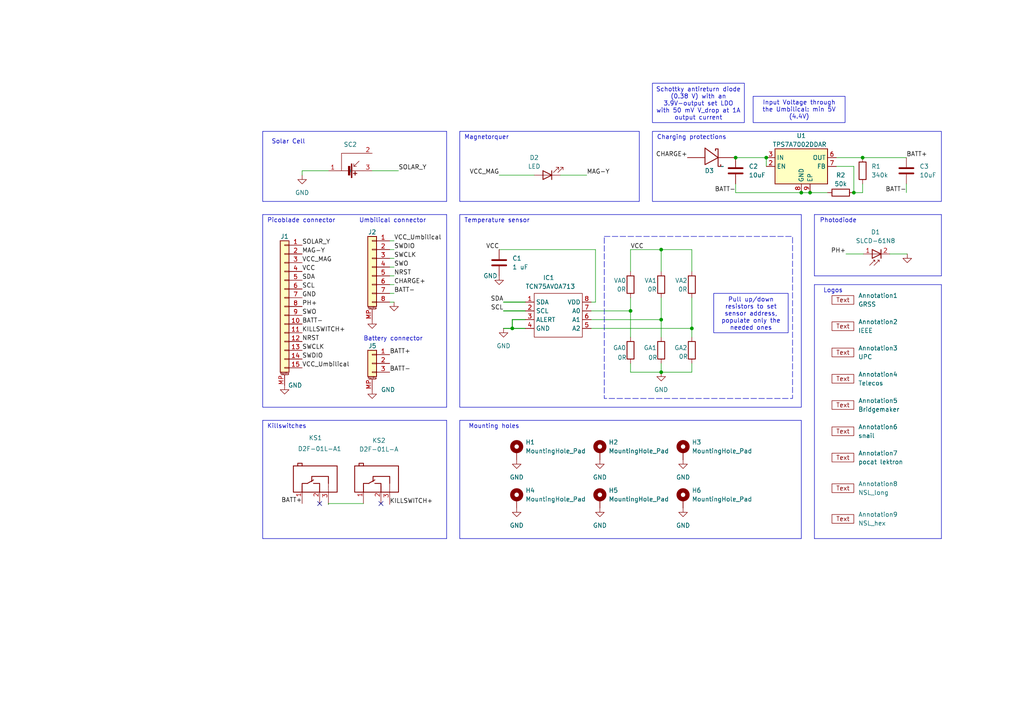
<source format=kicad_sch>
(kicad_sch (version 20230121) (generator eeschema)
  (paper "A4")
  (lib_symbols
    (symbol "Connector_Generic_MountingPin:Conn_01x03_MountingPin" (pin_names (offset 1.016) hide)
      (property "Reference" "J" (at 0 5.08 0))
      (property "Value" "Conn_01x03_MountingPin" (at 1.27 -5.08 0))
      (symbol "Conn_01x03_MountingPin_1_1"
        (rectangle (start -1.27 -2.413) (end 0 -2.667) (stroke (width 0.1524)))
        (rectangle (start -1.27 0.127) (end 0 -0.127) (stroke (width 0.1524)))
        (rectangle (start -1.27 2.667) (end 0 2.413) (stroke (width 0.1524)))
        (rectangle (start -1.27 3.81) (end 1.27 -3.81) (stroke (width 0.254)) (fill (type background)))
        (polyline (pts (xy -1.016 -4.572) (xy 1.016 -4.572)) (stroke (width 0.1524)))
        (text "Mounting" (at 0 -4.191 0) (effects (font (size 0.381 0.381))))
        (pin passive line (at -5.08 2.54 0) (length 3.81) (name "Pin_1") (number "1"))
        (pin passive line (at -5.08 0 0) (length 3.81) (name "Pin_2") (number "2"))
        (pin passive line (at -5.08 -2.54 0) (length 3.81) (name "Pin_3") (number "3"))
        (pin passive line (at 0 -7.62 90) (length 3.048) (name "MountPin") (number "MP"))
      )
    )
    (symbol "Connector_Generic_MountingPin:Conn_01x08_MountingPin" (pin_names (offset 1.016) hide)
      (property "Reference" "J" (at 0 10.16 0))
      (property "Value" "Conn_01x08_MountingPin" (at 1.27 -12.7 0))
      (symbol "Conn_01x08_MountingPin_1_1"
        (rectangle (start -1.27 -10.033) (end 0 -10.287) (stroke (width 0.1524)))
        (rectangle (start -1.27 -7.493) (end 0 -7.747) (stroke (width 0.1524)))
        (rectangle (start -1.27 -4.953) (end 0 -5.207) (stroke (width 0.1524)))
        (rectangle (start -1.27 -2.413) (end 0 -2.667) (stroke (width 0.1524)))
        (rectangle (start -1.27 0.127) (end 0 -0.127) (stroke (width 0.1524)))
        (rectangle (start -1.27 2.667) (end 0 2.413) (stroke (width 0.1524)))
        (rectangle (start -1.27 5.207) (end 0 4.953) (stroke (width 0.1524)))
        (rectangle (start -1.27 7.747) (end 0 7.493) (stroke (width 0.1524)))
        (rectangle (start -1.27 8.89) (end 1.27 -11.43) (stroke (width 0.254)) (fill (type background)))
        (polyline (pts (xy -1.016 -12.192) (xy 1.016 -12.192)) (stroke (width 0.1524)))
        (text "Mounting" (at 0 -11.811 0) (effects (font (size 0.381 0.381))))
        (pin passive line (at -5.08 7.62 0) (length 3.81) (name "Pin_1") (number "1"))
        (pin passive line (at -5.08 5.08 0) (length 3.81) (name "Pin_2") (number "2"))
        (pin passive line (at -5.08 2.54 0) (length 3.81) (name "Pin_3") (number "3"))
        (pin passive line (at -5.08 0 0) (length 3.81) (name "Pin_4") (number "4"))
        (pin passive line (at -5.08 -2.54 0) (length 3.81) (name "Pin_5") (number "5"))
        (pin passive line (at -5.08 -5.08 0) (length 3.81) (name "Pin_6") (number "6"))
        (pin passive line (at -5.08 -7.62 0) (length 3.81) (name "Pin_7") (number "7"))
        (pin passive line (at -5.08 -10.16 0) (length 3.81) (name "Pin_8") (number "8"))
        (pin passive line (at 0 -15.24 90) (length 3.048) (name "MountPin") (number "MP"))
      )
    )
    (symbol "Connector_Generic_MountingPin:Conn_01x15_MountingPin" (pin_names (offset 1.016) hide)
      (property "Reference" "J" (at 0 20.32 0))
      (property "Value" "Conn_01x15_MountingPin" (at 1.27 -20.32 0))
      (symbol "Conn_01x15_MountingPin_1_1"
        (rectangle (start -1.27 -17.653) (end 0 -17.907) (stroke (width 0.1524)))
        (rectangle (start -1.27 -15.113) (end 0 -15.367) (stroke (width 0.1524)))
        (rectangle (start -1.27 -12.573) (end 0 -12.827) (stroke (width 0.1524)))
        (rectangle (start -1.27 -10.033) (end 0 -10.287) (stroke (width 0.1524)))
        (rectangle (start -1.27 -7.493) (end 0 -7.747) (stroke (width 0.1524)))
        (rectangle (start -1.27 -4.953) (end 0 -5.207) (stroke (width 0.1524)))
        (rectangle (start -1.27 -2.413) (end 0 -2.667) (stroke (width 0.1524)))
        (rectangle (start -1.27 0.127) (end 0 -0.127) (stroke (width 0.1524)))
        (rectangle (start -1.27 2.667) (end 0 2.413) (stroke (width 0.1524)))
        (rectangle (start -1.27 5.207) (end 0 4.953) (stroke (width 0.1524)))
        (rectangle (start -1.27 7.747) (end 0 7.493) (stroke (width 0.1524)))
        (rectangle (start -1.27 10.287) (end 0 10.033) (stroke (width 0.1524)))
        (rectangle (start -1.27 12.827) (end 0 12.573) (stroke (width 0.1524)))
        (rectangle (start -1.27 15.367) (end 0 15.113) (stroke (width 0.1524)))
        (rectangle (start -1.27 17.907) (end 0 17.653) (stroke (width 0.1524)))
        (rectangle (start -1.27 19.05) (end 1.27 -19.05) (stroke (width 0.254)) (fill (type background)))
        (polyline (pts (xy -1.016 -19.812) (xy 1.016 -19.812)) (stroke (width 0.1524)))
        (text "Mounting" (at 0 -19.431 0) (effects (font (size 0.381 0.381))))
        (pin passive line (at -5.08 17.78 0) (length 3.81) (name "Pin_1") (number "1"))
        (pin passive line (at -5.08 -5.08 0) (length 3.81) (name "Pin_10") (number "10"))
        (pin passive line (at -5.08 -7.62 0) (length 3.81) (name "Pin_11") (number "11"))
        (pin passive line (at -5.08 -10.16 0) (length 3.81) (name "Pin_12") (number "12"))
        (pin passive line (at -5.08 -12.7 0) (length 3.81) (name "Pin_13") (number "13"))
        (pin passive line (at -5.08 -15.24 0) (length 3.81) (name "Pin_14") (number "14"))
        (pin passive line (at -5.08 -17.78 0) (length 3.81) (name "Pin_15") (number "15"))
        (pin passive line (at -5.08 15.24 0) (length 3.81) (name "Pin_2") (number "2"))
        (pin passive line (at -5.08 12.7 0) (length 3.81) (name "Pin_3") (number "3"))
        (pin passive line (at -5.08 10.16 0) (length 3.81) (name "Pin_4") (number "4"))
        (pin passive line (at -5.08 7.62 0) (length 3.81) (name "Pin_5") (number "5"))
        (pin passive line (at -5.08 5.08 0) (length 3.81) (name "Pin_6") (number "6"))
        (pin passive line (at -5.08 2.54 0) (length 3.81) (name "Pin_7") (number "7"))
        (pin passive line (at -5.08 0 0) (length 3.81) (name "Pin_8") (number "8"))
        (pin passive line (at -5.08 -2.54 0) (length 3.81) (name "Pin_9") (number "9"))
        (pin passive line (at 0 -22.86 90) (length 3.048) (name "MountPin") (number "MP"))
      )
    )
    (symbol "Device:C" (pin_numbers hide) (pin_names (offset 0.254))
      (property "Reference" "C" (at 0.635 2.54 0))
      (property "Value" "C" (at 0.635 -2.54 0))
      (symbol "C_0_1"
        (polyline (pts (xy -2.032 -0.762) (xy 2.032 -0.762)) (stroke (width 0.508)))
        (polyline (pts (xy -2.032 0.762) (xy 2.032 0.762)) (stroke (width 0.508)))
      )
      (symbol "C_1_1"
        (pin passive line (at 0 3.81 270) (length 2.794) (name "~") (number "1"))
        (pin passive line (at 0 -3.81 90) (length 2.794) (name "~") (number "2"))
      )
    )
    (symbol "Device:LED" (pin_numbers hide) (pin_names (offset 1.016) hide)
      (property "Reference" "D" (at 0 2.54 0))
      (property "Value" "LED" (at 0 -2.54 0))
      (symbol "LED_0_1"
        (polyline (pts (xy -1.27 -1.27) (xy -1.27 1.27)) (stroke (width 0.254)))
        (polyline (pts (xy -1.27 0) (xy 1.27 0)))
        (polyline (pts (xy 1.27 -1.27) (xy 1.27 1.27) (xy -1.27 0) (xy 1.27 -1.27)) (stroke (width 0.254)))
        (polyline (pts (xy -3.048 -0.762) (xy -4.572 -2.286) (xy -3.81 -2.286) (xy -4.572 -2.286) (xy -4.572 -1.524)))
        (polyline (pts (xy -1.778 -0.762) (xy -3.302 -2.286) (xy -2.54 -2.286) (xy -3.302 -2.286) (xy -3.302 -1.524)))
      )
      (symbol "LED_1_1"
        (pin passive line (at -3.81 0 0) (length 2.54) (name "K") (number "1"))
        (pin passive line (at 3.81 0 180) (length 2.54) (name "A") (number "2"))
      )
    )
    (symbol "Device:R" (pin_numbers hide) (pin_names (offset 0))
      (property "Reference" "R" (at 2.032 0 90))
      (property "Value" "R" (at 0 0 90))
      (symbol "R_0_1"
        (rectangle (start -1.016 -2.54) (end 1.016 2.54) (stroke (width 0.254)))
      )
      (symbol "R_1_1"
        (pin passive line (at 0 3.81 270) (length 1.27) (name "~") (number "1"))
        (pin passive line (at 0 -3.81 90) (length 1.27) (name "~") (number "2"))
      )
    )
    (symbol "GND_1" (power) (pin_names (offset 0))
      (property "Value" "GND_1" (at 0 -3.81 0))
      (symbol "GND_1_0_1"
        (polyline (pts (xy 0 0) (xy 0 -1.27) (xy 1.27 -1.27) (xy 0 -2.54) (xy -1.27 -1.27) (xy 0 -1.27)))
      )
      (symbol "GND_1_1_1"
        (pin power_in line (at 0 0 270) (length 0) hide (name "GND") (number "1"))
      )
    )
    (symbol "GND_10" (power) (pin_names (offset 0))
      (property "Value" "GND_10" (at 0 -3.81 0))
      (symbol "GND_10_0_1"
        (polyline (pts (xy 0 0) (xy 0 -1.27) (xy 1.27 -1.27) (xy 0 -2.54) (xy -1.27 -1.27) (xy 0 -1.27)))
      )
      (symbol "GND_10_1_1"
        (pin power_in line (at 0 0 270) (length 0) hide (name "GND") (number "1"))
      )
    )
    (symbol "GND_11" (power) (pin_names (offset 0))
      (property "Value" "GND_11" (at 0 -3.81 0))
      (symbol "GND_11_0_1"
        (polyline (pts (xy 0 0) (xy 0 -1.27) (xy 1.27 -1.27) (xy 0 -2.54) (xy -1.27 -1.27) (xy 0 -1.27)))
      )
      (symbol "GND_11_1_1"
        (pin power_in line (at 0 0 270) (length 0) hide (name "GND") (number "1"))
      )
    )
    (symbol "GND_2" (power) (pin_names (offset 0))
      (property "Value" "GND_2" (at 0 -3.81 0))
      (symbol "GND_2_0_1"
        (polyline (pts (xy 0 0) (xy 0 -1.27) (xy 1.27 -1.27) (xy 0 -2.54) (xy -1.27 -1.27) (xy 0 -1.27)))
      )
      (symbol "GND_2_1_1"
        (pin power_in line (at 0 0 270) (length 0) hide (name "GND") (number "1"))
      )
    )
    (symbol "GND_3" (power) (pin_names (offset 0))
      (property "Value" "GND_3" (at 0 -3.81 0))
      (symbol "GND_3_0_1"
        (polyline (pts (xy 0 0) (xy 0 -1.27) (xy 1.27 -1.27) (xy 0 -2.54) (xy -1.27 -1.27) (xy 0 -1.27)))
      )
      (symbol "GND_3_1_1"
        (pin power_in line (at 0 0 270) (length 0) hide (name "GND") (number "1"))
      )
    )
    (symbol "GND_4" (power) (pin_names (offset 0))
      (property "Value" "GND_4" (at 0 -3.81 0))
      (symbol "GND_4_0_1"
        (polyline (pts (xy 0 0) (xy 0 -1.27) (xy 1.27 -1.27) (xy 0 -2.54) (xy -1.27 -1.27) (xy 0 -1.27)))
      )
      (symbol "GND_4_1_1"
        (pin power_in line (at 0 0 270) (length 0) hide (name "GND") (number "1"))
      )
    )
    (symbol "GND_5" (power) (pin_names (offset 0))
      (property "Value" "GND_5" (at 0 -3.81 0))
      (symbol "GND_5_0_1"
        (polyline (pts (xy 0 0) (xy 0 -1.27) (xy 1.27 -1.27) (xy 0 -2.54) (xy -1.27 -1.27) (xy 0 -1.27)))
      )
      (symbol "GND_5_1_1"
        (pin power_in line (at 0 0 270) (length 0) hide (name "GND") (number "1"))
      )
    )
    (symbol "GND_6" (power) (pin_names (offset 0))
      (property "Value" "GND_6" (at 0 -3.81 0))
      (symbol "GND_6_0_1"
        (polyline (pts (xy 0 0) (xy 0 -1.27) (xy 1.27 -1.27) (xy 0 -2.54) (xy -1.27 -1.27) (xy 0 -1.27)))
      )
      (symbol "GND_6_1_1"
        (pin power_in line (at 0 0 270) (length 0) hide (name "GND") (number "1"))
      )
    )
    (symbol "GND_7" (power) (pin_names (offset 0))
      (property "Value" "GND_7" (at 0 -3.81 0))
      (symbol "GND_7_0_1"
        (polyline (pts (xy 0 0) (xy 0 -1.27) (xy 1.27 -1.27) (xy 0 -2.54) (xy -1.27 -1.27) (xy 0 -1.27)))
      )
      (symbol "GND_7_1_1"
        (pin power_in line (at 0 0 270) (length 0) hide (name "GND") (number "1"))
      )
    )
    (symbol "GND_8" (power) (pin_names (offset 0))
      (property "Value" "GND_8" (at 0 -3.81 0))
      (symbol "GND_8_0_1"
        (polyline (pts (xy 0 0) (xy 0 -1.27) (xy 1.27 -1.27) (xy 0 -2.54) (xy -1.27 -1.27) (xy 0 -1.27)))
      )
      (symbol "GND_8_1_1"
        (pin power_in line (at 0 0 270) (length 0) hide (name "GND") (number "1"))
      )
    )
    (symbol "GND_9" (power) (pin_names (offset 0))
      (property "Value" "GND_9" (at 0 -3.81 0))
      (symbol "GND_9_0_1"
        (polyline (pts (xy 0 0) (xy 0 -1.27) (xy 1.27 -1.27) (xy 0 -2.54) (xy -1.27 -1.27) (xy 0 -1.27)))
      )
      (symbol "GND_9_1_1"
        (pin power_in line (at 0 0 270) (length 0) hide (name "GND") (number "1"))
      )
    )
    (symbol "Mechanical:MountingHole_Pad" (pin_numbers hide) (pin_names (offset 1.016) hide)
      (property "Reference" "H" (at 0 6.35 0))
      (property "Value" "MountingHole_Pad" (at 0 4.445 0))
      (symbol "MountingHole_Pad_0_1"
        (circle (center 0 1.27) (radius 1.27) (stroke (width 1.27)))
      )
      (symbol "MountingHole_Pad_1_1"
        (pin input line (at 0 -2.54 90) (length 2.54) (name "1") (number "1"))
      )
    )
    (symbol "Regulator_Linear:TPS7A7001DDA"
      (property "Reference" "U" (at -6.35 6.35 0))
      (property "Value" "TPS7A7001DDA" (at 2.54 6.35 0))
      (symbol "TPS7A7001DDA_0_1"
        (rectangle (start -7.62 5.08) (end 7.62 -5.08) (stroke (width 0.254)) (fill (type background)))
      )
      (symbol "TPS7A7001DDA_1_1"
        (pin no_connect line (at -7.62 -2.54 0) (length 2.54) hide (name "NC") (number "1"))
        (pin input line (at -10.16 0 0) (length 2.54) (name "EN") (number "2"))
        (pin power_in line (at -10.16 2.54 0) (length 2.54) (name "IN") (number "3"))
        (pin no_connect line (at 7.62 -2.54 180) (length 2.54) hide (name "NC") (number "4"))
        (pin no_connect line (at -2.54 -5.08 90) (length 2.54) hide (name "NC") (number "5"))
        (pin power_out line (at 10.16 2.54 180) (length 2.54) (name "OUT") (number "6"))
        (pin input line (at 10.16 0 180) (length 2.54) (name "FB") (number "7"))
        (pin power_in line (at 0 -7.62 90) (length 2.54) (name "GND") (number "8"))
        (pin passive line (at 2.54 -7.62 90) (length 2.54) (name "EP") (number "9"))
      )
    )
    (symbol "S3040_CIC_1"
      (property "Reference" "SC" (at 2.54 2.54 0))
      (symbol "S3040_CIC_1_0_1"
        (rectangle (start -2.032 0.508) (end 2.032 0.254) (fill (type outline)))
        (rectangle (start -1.3208 -0.0762) (end 1.27 -0.5842) (fill (type outline)))
        (polyline (pts (xy -1.27 1.016) (xy -2.794 2.54)))
        (polyline (pts (xy 0 -3.81) (xy 0 -1.27)))
        (polyline (pts (xy 0 -0.508) (xy 0 -1.27)))
        (polyline (pts (xy 0 0.508) (xy 0 1.27)))
        (polyline (pts (xy 0.254 1.397) (xy 1.27 1.397)) (stroke (width 0.254)))
        (polyline (pts (xy 0.762 1.905) (xy 0.762 0.889)) (stroke (width 0.254)))
        (polyline (pts (xy -1.27 1.778) (xy -1.27 1.016) (xy -2.032 1.016)))
        (polyline (pts (xy 0 -2.54) (xy -5.08 -2.54) (xy -5.08 3.81)))
        (polyline (pts (xy 0 3.81) (xy 0 1.27) (xy 0 2.54)))
      )
      (symbol "S3040_CIC_1_1_1"
        (pin passive line (at 0 -6.35 90) (length 2.54) (name "") (number "1"))
        (pin passive line (at -5.08 6.35 270) (length 2.54) (name "") (number "2"))
        (pin passive line (at 0 6.35 270) (length 2.54) (name "") (number "3"))
      )
    )
    (symbol "SP_ICs:TCN75AVUA713"
      (property "Reference" "U" (at 6.35 6.35 0))
      (property "Value" "TCN75AVUA713" (at 8.89 3.81 0))
      (symbol "TCN75AVUA713_0_0"
        (pin unspecified line (at 0 0 0) (length 2.54) (name "SDA") (number "1"))
        (pin unspecified line (at 0 -2.54 0) (length 2.54) (name "SCL") (number "2"))
        (pin unspecified line (at 0 -5.08 0) (length 2.54) (name "ALERT") (number "3"))
        (pin unspecified line (at 0 -7.62 0) (length 2.54) (name "GND") (number "4"))
        (pin unspecified line (at 19.05 -7.62 180) (length 2.54) (name "A2") (number "5"))
        (pin unspecified line (at 19.05 -5.08 180) (length 2.54) (name "A1") (number "6"))
        (pin unspecified line (at 19.05 -2.54 180) (length 2.54) (name "A0") (number "7"))
        (pin unspecified line (at 19.05 0 180) (length 2.54) (name "VDD") (number "8"))
      )
      (symbol "TCN75AVUA713_0_1"
        (rectangle (start 2.54 2.54) (end 16.51 -10.16))
      )
    )
    (symbol "miscelaneous-nsl:D2FLA"
      (property "Reference" "J" (at 0.254 7.62 0))
      (property "Value" "D2FLA" (at 0.508 5.588 0))
      (symbol "D2FLA_0_1"
        (polyline (pts (xy 3.81 -1.016) (xy 3.81 -2.032)))
      )
      (symbol "D2FLA_1_0"
        (polyline (pts (xy -2.286 -1.016) (xy -0.508 0)) (stroke (width 0.254)))
        (polyline (pts (xy -3.81 -3.556) (xy -3.81 -1.016) (xy -3.81 -1.016) (xy -2.286 -1.016)) (stroke (width 0.254)))
        (polyline (pts (xy -0.508 -1.016) (xy 1.27 -1.016) (xy 1.27 -1.016) (xy 1.27 -3.556)) (stroke (width 0.254)))
        (polyline (pts (xy -5.08 4.064) (xy -5.08 4.826) (xy -5.08 4.826) (xy -3.81 4.826) (xy -3.81 4.826) (xy -3.81 4.064)) (stroke (width 0.254)))
        (polyline (pts (xy 3.81 -1.016) (xy 3.81 1.016) (xy 3.81 1.016) (xy -1.016 1.016) (xy -1.016 1.016) (xy -1.016 -0.508)) (stroke (width 0.254)))
        (rectangle (start 6.35 4.064) (end -6.35 -3.556) (stroke (width 0.254)))
        (pin passive line (at -3.81 -6.858 90) (length 5.08) (name "COM") (number "1"))
        (pin passive line (at 1.27 -6.858 90) (length 5.08) (name "NO") (number "2"))
        (pin passive line (at 3.81 -7.112 90) (length 5.08) (name "NC") (number "3"))
      )
    )
    (symbol "passive-nsl:RBS1LAM40ATR_Schottky"
      (property "Reference" "D" (at 0 3.81 0))
      (symbol "RBS1LAM40ATR_Schottky_1_0"
        (polyline (pts (xy 2.54 0) (xy -1.27 -2.032) (xy -1.27 -2.032) (xy -1.27 2.794) (xy -1.27 2.794) (xy 2.54 0) (xy 2.54 0) (xy 2.54 0) (xy 2.54 0) (xy 2.54 0)) (stroke (width 0.254)))
        (polyline (pts (xy 3.302 -2.032) (xy 3.302 -2.54) (xy 3.302 -2.54) (xy 2.54 -2.54) (xy 2.54 -2.54) (xy 2.54 2.54) (xy 2.54 2.54) (xy 1.778 2.54) (xy 1.778 2.54) (xy 1.778 2.032)) (stroke (width 0.254)))
        (pin passive line (at 7.62 0 180) (length 5.08) (name "1") (number "1"))
        (pin passive line (at -6.35 0 0) (length 5.08) (name "2") (number "2"))
      )
    )
    (symbol "passive-nsl:SLCD-61N8"
      (property "Reference" "D" (at 0 4.318 0))
      (property "Value" "SLCD-61N8" (at -0.254 -2.286 0))
      (symbol "SLCD-61N8_0_1"
        (polyline (pts (xy -1.524 1.27) (xy -1.524 -1.27)) (stroke (width 0.254)))
        (polyline (pts (xy -1.016 1.778) (xy -0.508 1.778)))
        (polyline (pts (xy 1.016 0) (xy -1.524 0)))
        (polyline (pts (xy 0.508 3.302) (xy -1.016 1.778) (xy -1.016 2.286)))
        (polyline (pts (xy 1.016 -1.27) (xy 1.016 1.27) (xy -1.524 0) (xy 1.016 -1.27)) (stroke (width 0.254)))
        (polyline (pts (xy 1.778 3.302) (xy 0.254 1.778) (xy 0.254 2.286) (xy 0.254 1.778) (xy 0.762 1.778)))
      )
      (symbol "SLCD-61N8_1_1"
        (pin passive line (at 3.556 0 180) (length 2.54) (name "") (number "1"))
        (pin passive line (at -4.064 0 0) (length 2.54) (name "") (number "2"))
      )
    )
    (symbol "power:GND" (power) (pin_names (offset 0))
      (property "Value" "GND" (at 0 -3.81 0))
      (symbol "GND_0_1"
        (polyline (pts (xy 0 0) (xy 0 -1.27) (xy 1.27 -1.27) (xy 0 -2.54) (xy -1.27 -1.27) (xy 0 -1.27)))
      )
      (symbol "GND_1_1"
        (pin power_in line (at 0 0 270) (length 0) hide (name "GND") (number "1"))
      )
    )
    (symbol "symbols-nsl:Silkscreen_Annotation"
      (property "Reference" "Annotation" (at 3.81 0 0))
      (property "Value" "Silkscreen_Annotation" (at 8.89 2.54 0))
      (symbol "Silkscreen_Annotation_0_0"
        (text "Text" (at 1.905 5.715 0) (effects (font (size 1.27 1.27))))
      )
      (symbol "Silkscreen_Annotation_0_1"
        (rectangle (start -1.27 6.985) (end 5.08 4.445))
      )
    )
  )
  (junction (at 250.19 45.72))
  (junction (at 232.41 55.88))
  (junction (at 191.77 107.95))
  (junction (at 191.77 92.71))
  (junction (at 234.95 55.88))
  (junction (at 191.77 72.39))
  (junction (at 148.59 95.25))
  (junction (at 247.65 55.88))
  (junction (at 200.66 95.25))
  (junction (at 182.88 90.17))
  (junction (at 222.25 45.72))
  (junction (at 213.36 45.72))
  (no_connect (at 110.49 146.05))
  (no_connect (at 92.71 146.05))
  (wire (pts (xy 162.56 50.8) (xy 170.18 50.8)))
  (wire (pts (xy 114.3 87.63) (xy 113.03 87.63)))
  (polyline (pts (xy 133.35 38.1) (xy 185.42 38.1)))
  (polyline (pts (xy 129.54 62.23) (xy 129.54 118.11)))
  (wire (pts (xy 222.25 45.72) (xy 222.25 48.26)))
  (polyline (pts (xy 236.22 62.23) (xy 273.05 62.23)))
  (wire (pts (xy 146.05 87.63) (xy 152.4 87.63)) (stroke (width 0.254)))
  (polyline (pts (xy 133.35 38.1) (xy 133.35 58.42)))
  (polyline (pts (xy 133.35 62.23) (xy 232.41 62.23)))
  (wire (pts (xy 242.57 48.26) (xy 247.65 48.26)))
  (wire (pts (xy 232.41 55.88) (xy 213.36 55.88)))
  (polyline (pts (xy 236.22 82.55) (xy 236.22 156.21)))
  (polyline (pts (xy 236.22 62.23) (xy 236.22 80.01)))
  (polyline (pts (xy 76.2 38.1) (xy 76.2 58.42)))
  (polyline (pts (xy 76.2 121.92) (xy 129.54 121.92)))
  (wire (pts (xy 148.59 92.71) (xy 148.59 95.25)) (stroke (width 0.254)))
  (wire (pts (xy 107.95 49.53) (xy 115.57 49.53)))
  (wire (pts (xy 232.41 55.88) (xy 234.95 55.88)))
  (wire (pts (xy 114.3 80.01) (xy 113.03 80.01)))
  (wire (pts (xy 182.88 72.39) (xy 182.88 78.74)))
  (wire (pts (xy 191.77 72.39) (xy 200.66 72.39)))
  (polyline (pts (xy 76.2 118.11) (xy 129.54 118.11)))
  (polyline (pts (xy 129.54 121.92) (xy 129.54 156.21)))
  (wire (pts (xy 200.66 86.36) (xy 200.66 95.25)))
  (wire (pts (xy 182.88 86.36) (xy 182.88 90.17)))
  (polyline (pts (xy 133.35 58.42) (xy 185.42 58.42)))
  (wire (pts (xy 250.19 45.72) (xy 262.89 45.72)))
  (wire (pts (xy 171.45 92.71) (xy 191.77 92.71)))
  (wire (pts (xy 242.57 45.72) (xy 250.19 45.72)))
  (wire (pts (xy 245.364 73.66) (xy 250.444 73.66)))
  (wire (pts (xy 182.88 72.39) (xy 191.77 72.39)))
  (wire (pts (xy 182.88 107.95) (xy 191.77 107.95)))
  (polyline (pts (xy 76.2 62.23) (xy 129.54 62.23)))
  (polyline (pts (xy 236.22 80.01) (xy 273.05 80.01)))
  (wire (pts (xy 95.25 49.53) (xy 87.63 49.53)))
  (polyline (pts (xy 76.2 38.1) (xy 129.54 38.1)))
  (wire (pts (xy 114.3 69.85) (xy 113.03 69.85)))
  (polyline (pts (xy 76.2 62.23) (xy 76.2 118.11)))
  (wire (pts (xy 95.25 146.05) (xy 95.25 146.304)))
  (polyline (pts (xy 76.2 156.21) (xy 129.54 156.21)))
  (polyline (pts (xy 236.22 82.55) (xy 273.05 82.55)))
  (wire (pts (xy 148.59 95.25) (xy 146.05 95.25)) (stroke (width 0.254)))
  (wire (pts (xy 172.72 87.63) (xy 172.72 72.39)))
  (wire (pts (xy 191.77 92.71) (xy 191.77 97.79)))
  (polyline (pts (xy 273.05 82.55) (xy 273.05 156.21)))
  (wire (pts (xy 213.36 45.72) (xy 222.25 45.72)))
  (wire (pts (xy 263.144 73.66) (xy 258.064 73.66)))
  (wire (pts (xy 182.88 105.41) (xy 182.88 107.95)))
  (wire (pts (xy 114.3 72.39) (xy 113.03 72.39)))
  (wire (pts (xy 171.45 90.17) (xy 182.88 90.17)))
  (polyline (pts (xy 273.05 62.23) (xy 273.05 80.01)))
  (wire (pts (xy 191.77 86.36) (xy 191.77 92.71)))
  (polyline (pts (xy 129.54 38.1) (xy 129.54 58.42)))
  (wire (pts (xy 144.78 50.8) (xy 154.94 50.8)))
  (wire (pts (xy 148.59 92.71) (xy 152.4 92.71)) (stroke (width 0.254)))
  (wire (pts (xy 171.45 95.25) (xy 200.66 95.25)))
  (wire (pts (xy 148.59 95.25) (xy 152.4 95.25)) (stroke (width 0.254)))
  (polyline (pts (xy 273.05 156.21) (xy 236.22 156.21)))
  (wire (pts (xy 182.88 90.17) (xy 182.88 97.79)))
  (wire (pts (xy 200.66 105.41) (xy 200.66 107.95)))
  (polyline (pts (xy 232.41 156.21) (xy 133.35 156.21)))
  (polyline (pts (xy 76.2 58.42) (xy 129.54 58.42)))
  (wire (pts (xy 87.63 49.53) (xy 87.63 50.8)))
  (wire (pts (xy 191.77 72.39) (xy 191.77 78.74)))
  (wire (pts (xy 191.77 107.95) (xy 200.66 107.95)))
  (polyline (pts (xy 133.35 121.92) (xy 232.41 121.92)))
  (wire (pts (xy 172.72 72.39) (xy 144.78 72.39)))
  (polyline (pts (xy 133.35 121.92) (xy 133.35 156.21)))
  (wire (pts (xy 114.3 77.47) (xy 113.03 77.47)))
  (polyline (pts (xy 185.42 38.1) (xy 185.42 58.42)))
  (polyline (pts (xy 232.41 121.92) (xy 232.41 156.21)))
  (wire (pts (xy 172.72 87.63) (xy 171.45 87.63)))
  (wire (pts (xy 114.3 85.09) (xy 113.03 85.09)))
  (wire (pts (xy 213.36 55.88) (xy 213.36 53.34)))
  (polyline (pts (xy 133.35 62.23) (xy 133.35 118.11)))
  (wire (pts (xy 234.95 55.88) (xy 240.03 55.88)))
  (wire (pts (xy 250.19 53.34) (xy 250.19 55.88)))
  (wire (pts (xy 250.19 55.88) (xy 247.65 55.88)))
  (wire (pts (xy 262.89 53.34) (xy 262.89 55.88)))
  (wire (pts (xy 105.41 146.05) (xy 95.25 146.05)))
  (wire (pts (xy 146.05 90.17) (xy 152.4 90.17)) (stroke (width 0.254)))
  (wire (pts (xy 200.66 72.39) (xy 200.66 78.74)))
  (polyline (pts (xy 76.2 121.92) (xy 76.2 156.21)))
  (wire (pts (xy 200.66 95.25) (xy 200.66 97.79)))
  (polyline (pts (xy 232.41 62.23) (xy 232.41 118.11)))
  (polyline (pts (xy 133.35 118.11) (xy 232.41 118.11)))
  (wire (pts (xy 191.77 105.41) (xy 191.77 107.95)))
  (wire (pts (xy 114.3 74.93) (xy 113.03 74.93)))
  (wire (pts (xy 114.3 82.55) (xy 113.03 82.55)))
  (wire (pts (xy 247.65 48.26) (xy 247.65 55.88)))
  (rectangle (start 175.26 68.58) (end 229.87 115.57) (stroke (width 0) (type dash)))
  (rectangle (start 189.23 38.1) (end 273.05 58.42))
  (text_box "Input Voltage through the Umbilical: min 5V (4.4V)" (at 218.44 27.94 0) (size 26.67 7.62) (effects (font (size 1.27 1.27)) (justify top)))
  (text_box "Schottky antireturn diode (0.38 V) with an 3.9V-output set LDO with 50 mV V_drop at 1A output current" (at 189.23 24.13 0) (size 26.67 11.43) (effects (font (size 1.27 1.27)) (justify top)))
  (text_box "Pull up/down resistors to set sensor address,\npopulate only the needed ones" (at 207.01 85.09 0) (size 21.59 11.43) (effects (font (size 1.27 1.27)) (justify top)))
  (text "Temperature sensor" (at 134.62 64.77 0) (effects (font (size 1.27 1.27)) (justify left bottom)))
  (text "Killswitches\n" (at 77.47 124.46 0) (effects (font (size 1.27 1.27)) (justify left bottom)))
  (text "Mounting holes\n" (at 135.89 124.46 0) (effects (font (size 1.27 1.27)) (justify left bottom)))
  (text "Solar Cell\n" (at 78.74 41.91 0) (effects (font (size 1.27 1.27)) (justify left bottom)))
  (text "Magnetorquer" (at 134.62 40.64 0) (effects (font (size 1.27 1.27)) (justify left bottom)))
  (text "Charging protections\n" (at 190.5 40.64 0) (effects (font (size 1.27 1.27)) (justify left bottom)))
  (text "Photodiode\n" (at 237.744 64.77 0) (effects (font (size 1.27 1.27)) (justify left bottom)))
  (text "Umbilical connector" (at 104.14 64.77 0) (effects (font (size 1.27 1.27)) (justify left bottom)))
  (text "Battery connector" (at 105.41 99.06 0) (effects (font (size 1.27 1.27)) (justify left bottom)))
  (text "Picoblade connector" (at 77.47 64.77 0) (effects (font (size 1.27 1.27)) (justify left bottom)))
  (text "Logos\n" (at 238.76 85.09 0) (effects (font (size 1.27 1.27)) (justify left bottom)))
  (label "VCC" (at 87.63 78.74 0))
  (label "BATT+" (at 87.63 146.05 180))
  (label "NRST" (at 114.3 80.01 0))
  (label "BATT+" (at 113.03 102.87 0))
  (label "VCC_Umbilical" (at 87.63 106.68 0))
  (label "VCC_Umbilical" (at 114.3 69.85 0))
  (label "SWO" (at 114.3 77.47 0))
  (label "BATT-" (at 113.03 107.95 0))
  (label "BATT-" (at 87.63 93.98 0))
  (label "SWDIO" (at 87.63 104.14 0))
  (label "GND" (at 87.63 86.36 0))
  (label "CHARGE+" (at 199.39 45.72 180))
  (label "SCL" (at 87.63 83.82 0))
  (label "BATT+" (at 262.89 45.72 0))
  (label "VCC_MAG" (at 87.63 76.2 0))
  (label "SOLAR_Y" (at 87.63 71.12 0))
  (label "BATT-" (at 262.89 55.88 180))
  (label "SOLAR_Y" (at 115.57 49.53 0))
  (label "SDA" (at 146.05 87.63 180))
  (label "KILLSWITCH+" (at 87.63 96.52 0))
  (label "CHARGE+" (at 114.3 82.55 0))
  (label "SWCLK" (at 114.3 74.93 0))
  (label "MAG-Y" (at 170.18 50.8 0))
  (label "KILLSWITCH+" (at 113.03 146.304 0))
  (label "SCL" (at 146.05 90.17 180))
  (label "PH+" (at 87.63 88.9 0))
  (label "SWDIO" (at 114.3 72.39 0))
  (label "NRST" (at 87.63 99.06 0))
  (label "MAG-Y" (at 87.63 73.66 0))
  (label "SDA" (at 87.63 81.28 0))
  (label "BATT-" (at 114.3 85.09 0))
  (label "VCC" (at 182.88 72.39 0))
  (label "VCC" (at 144.78 72.39 180))
  (label "SWCLK" (at 87.63 101.6 0))
  (label "BATT-" (at 213.36 55.88 180))
  (label "VCC_MAG" (at 144.78 50.8 180))
  (label "SWO" (at 87.63 91.44 0))
  (label "PH+" (at 245.364 73.66 180))
  (symbol (lib_id "Mechanical:MountingHole_Pad") (at 149.86 144.78 0) (unit 1)
    (property "Reference" "H4" (at 152.4 142.2399 0) (effects (justify left)))
    (property "Value" "MountingHole_Pad" (at 152.4 144.7799 0) (effects (justify left)))
    (property "Footprint" "MountingHole:MountingHole_2.2mm_M2_Pad" (effects hide))
    (property "Manufacturer 1" "N/A" (effects hide))
    (property "Manufacturer Part Number 1" "N/A" (effects hide))
    (property "Supplier 1" "N/A" (effects hide))
    (property "Supplier Part Number 1" "N/A" (effects hide))
  )
  (symbol (lib_id "Device:LED") (at 158.75 50.8 180) (unit 1)
    (property "Reference" "D2" (at 154.94 45.72 0))
    (property "Value" "LED" (at 154.94 48.26 0))
    (property "Footprint" "LED_SMD:LED_0402_1005Metric" (effects hide))
  )
  (symbol (lib_id "Regulator_Linear:TPS7A7001DDA") (at 232.41 48.26 0) (unit 1)
    (property "Reference" "U1" (at 232.41 39.37 0))
    (property "Value" "TPS7A7002DDAR " (at 232.41 41.91 0))
    (property "Footprint" "Package_SO:TI_SO-PowerPAD-8" (effects hide))
    (property "Datasheet" "http://www.ti.com/lit/ds/symlink/tps7a7001.pdf" (effects hide))
  )
  (symbol (lib_id "Device:R") (at 182.88 82.55 180) (unit 1)
    (property "Reference" "VA0" (at 181.61 80.645 0) (effects (justify left bottom)))
    (property "Value" "0R" (at 181.61 83.185 0) (effects (justify left bottom)))
    (property "Footprint" "Resistor_SMD:R_0805_2012Metric" (effects hide))
    (property "NAMEALIAS" "Value(Ω)" (effects hide))
    (property "BOM_SUPPLIER PART" "71-CRCW0805J-5K" (effects hide))
    (property "BOM_SUPPLIER" "Mouser" (effects hide))
    (property "CONTRIBUTOR" "LCEDA_Lib" (effects hide))
    (property "SPICEPRE" "R" (effects hide))
    (property "SPICESYMBOLNAME" "R_0603_US" (effects hide))
    (property "BOM_MANUFACTURER PART" "CRCW08055K00JNTA" (effects hide))
    (property "BOM_MANUFACTURER" "Vishay / Dale" (effects hide))
    (property "BOM_LINK" "https://www.mouser.es/ProductDetail/Vishay-Dale/CRCW08055K00JNTA?qs=%2Fha2pyFadui6t5gBae62ocFJ46SNue422n5luvT1xmc7fnXInubqKA%3D%3D" (effects hide))
    (property "Manufacturer 1" "Vishay / Dale" (effects hide))
    (property "Manufacturer Part Number 1" "CRCW08055K00JNTA" (effects hide))
    (property "Supplier 1" "Mouser" (effects hide))
    (property "Supplier Part Number 1" "71-CRCW0805J-5K" (effects hide))
  )
  (symbol (lib_id "Mechanical:MountingHole_Pad") (at 149.86 130.81 0) (unit 1)
    (property "Reference" "H1" (at 152.4 128.2699 0) (effects (justify left)))
    (property "Value" "MountingHole_Pad" (at 152.4 130.8099 0) (effects (justify left)))
    (property "Footprint" "MountingHole:MountingHole_2.2mm_M2_Pad" (effects hide))
    (property "Manufacturer 1" "N/A" (effects hide))
    (property "Manufacturer Part Number 1" "N/A" (effects hide))
    (property "Supplier 1" "N/A" (effects hide))
    (property "Supplier Part Number 1" "N/A" (effects hide))
  )
  (symbol (lib_name "GND_9") (lib_id "power:GND") (at 149.86 147.32 0) (unit 1)
    (property "Reference" "#PWR0109" (effects hide))
    (property "Value" "GND" (at 149.86 152.4 0))
  )
  (symbol (lib_name "GND_10") (lib_id "power:GND") (at 173.99 133.35 0) (unit 1)
    (property "Reference" "#PWR0105" (effects hide))
    (property "Value" "GND" (at 173.99 138.43 0))
  )
  (symbol (lib_name "GND_11") (lib_id "power:GND") (at 173.99 147.32 0) (unit 1)
    (property "Reference" "#PWR0106" (effects hide))
    (property "Value" "GND" (at 173.99 152.4 0))
  )
  (symbol (lib_id "passive-nsl:SLCD-61N8") (at 254 73.66 180) (unit 1)
    (property "Reference" "D1" (at 253.9365 67.31 0))
    (property "Value" "SLCD-61N8" (at 253.9365 69.85 0))
    (property "Footprint" "passive-nsl:SLCD-61N8" (effects hide))
    (property "Manufacturer 1" "Advanced Photonix" (effects hide))
    (property "Manufacturer Part Number 1" "SLCD-61N8" (effects hide))
    (property "Supplier 1" "Farnell" (effects hide))
    (property "Supplier Part Number 1" "1218991" (effects hide))
  )
  (symbol (lib_id "Device:C") (at 262.89 49.53 0) (unit 1)
    (property "Reference" "C3" (at 266.7 48.26 0) (effects (justify left)))
    (property "Value" "10uF" (at 266.7 50.8 0) (effects (justify left)))
    (property "Footprint" "Capacitor_SMD:C_0603_1608Metric" (effects hide))
  )
  (symbol (lib_id "symbols-nsl:Silkscreen_Annotation") (at 242.57 130.81 0) (unit 1)
    (property "Reference" "Annotation6" (at 248.92 123.825 0) (effects (justify left)))
    (property "Value" "snail" (at 248.92 126.365 0) (effects (justify left)))
    (property "Footprint" "symbols-nsl:Snail" (effects hide))
  )
  (symbol (lib_id "Mechanical:MountingHole_Pad") (at 173.99 144.78 0) (unit 1)
    (property "Reference" "H5" (at 176.53 142.2399 0) (effects (justify left)))
    (property "Value" "MountingHole_Pad" (at 176.53 144.7799 0) (effects (justify left)))
    (property "Footprint" "MountingHole:MountingHole_2.2mm_M2_Pad" (effects hide))
    (property "Manufacturer 1" "N/A" (effects hide))
    (property "Manufacturer Part Number 1" "N/A" (effects hide))
    (property "Supplier 1" "N/A" (effects hide))
    (property "Supplier Part Number 1" "N/A" (effects hide))
  )
  (symbol (lib_id "power:GND") (at 149.86 133.35 0) (unit 1)
    (property "Reference" "#PWR0108" (effects hide))
    (property "Value" "GND" (at 149.86 138.43 0))
  )
  (symbol (lib_id "symbols-nsl:Silkscreen_Annotation") (at 242.57 115.57 0) (unit 1)
    (property "Reference" "Annotation4" (at 248.92 108.585 0) (effects (justify left)))
    (property "Value" "Telecos" (at 248.92 111.125 0) (effects (justify left)))
    (property "Footprint" "symbols-nsl:Telecos" (effects hide))
  )
  (symbol (lib_name "GND_6") (lib_id "power:GND") (at 198.12 147.32 0) (unit 1)
    (property "Reference" "#PWR0107" (effects hide))
    (property "Value" "GND" (at 198.12 152.4 0))
  )
  (symbol (lib_name "GND_1") (lib_id "power:GND") (at 87.63 50.8 0) (unit 1)
    (property "Reference" "#PWR0113" (effects hide))
    (property "Value" "GND" (at 87.63 55.88 0))
  )
  (symbol (lib_name "GND_4") (lib_id "power:GND") (at 191.77 107.95 0) (unit 1)
    (property "Reference" "#PWR0101" (effects hide))
    (property "Value" "GND" (at 191.77 113.03 0))
  )
  (symbol (lib_id "Mechanical:MountingHole_Pad") (at 198.12 144.78 0) (unit 1)
    (property "Reference" "H6" (at 200.66 142.2399 0) (effects (justify left)))
    (property "Value" "MountingHole_Pad" (at 200.66 144.7799 0) (effects (justify left)))
    (property "Footprint" "MountingHole:MountingHole_2.2mm_M2_Pad" (effects hide))
    (property "Manufacturer 1" "N/A" (effects hide))
    (property "Manufacturer Part Number 1" "N/A" (effects hide))
    (property "Supplier 1" "N/A" (effects hide))
    (property "Supplier Part Number 1" "N/A" (effects hide))
  )
  (symbol (lib_id "Mechanical:MountingHole_Pad") (at 198.12 130.81 0) (unit 1)
    (property "Reference" "H3" (at 200.66 128.2699 0) (effects (justify left)))
    (property "Value" "MountingHole_Pad" (at 200.66 130.8099 0) (effects (justify left)))
    (property "Footprint" "MountingHole:MountingHole_2.2mm_M2_Pad" (effects hide))
    (property "Manufacturer 1" "N/A" (effects hide))
    (property "Manufacturer Part Number 1" "N/A" (effects hide))
    (property "Supplier 1" "N/A" (effects hide))
    (property "Supplier Part Number 1" "N/A" (effects hide))
  )
  (symbol (lib_name "GND_2") (lib_id "power:GND") (at 146.05 95.25 0) (unit 1)
    (property "Reference" "#PWR0103" (effects hide))
    (property "Value" "GND" (at 146.05 100.33 0))
  )
  (symbol (lib_id "Device:C") (at 144.78 76.2 0) (unit 1)
    (property "Reference" "C1" (at 148.59 74.9299 0) (effects (justify left)))
    (property "Value" "1 uF" (at 148.59 77.4699 0) (effects (justify left)))
    (property "Footprint" "Capacitor_SMD:C_0603_1608Metric" (effects hide))
    (property "Supplier 1" "Mouser" (effects hide))
    (property "Manufacturer 1" "Murata Electronics" (effects hide))
    (property "Manufacturer Part Number 1" "GRM188R72A104KA35J" (effects hide))
    (property "Supplier Part Number 1" "81-GRM188R72A104KA5J" (effects hide))
  )
  (symbol (lib_name "GND_7") (lib_id "power:GND") (at 82.55 111.76 0) (unit 1)
    (property "Reference" "#PWR0112" (effects hide))
    (property "Value" "GND" (at 87.63 111.76 0) (effects (justify right)))
  )
  (symbol (lib_id "miscelaneous-nsl:D2FLA") (at 109.22 139.192 0) (unit 1)
    (property "Reference" "KS2" (at 107.95 127.762 0) (effects (justify left)))
    (property "Value" "D2F-01L-A" (at 104.14 130.302 0) (effects (justify left)))
    (property "Footprint" "miscelaneous-nsl:D2FLA" (effects hide))
    (property "BOM_SUPPLIER" "LCSC" (effects hide))
    (property "BOM_SUPPLIER PART" "C231335" (effects hide))
    (property "BOM_MANUFACTURER" "Omron Electronics" (effects hide))
    (property "BOM_MANUFACTURER PART" "D2F-01L" (effects hide))
    (property "CONTRIBUTOR" "LCSC" (effects hide))
    (property "BOM_LCSC ASSEMBLY" "Yes" (effects hide))
    (property "SMT TYPE" "Extend" (effects hide))
    (property "BOM_PASTE TYPE" "expand" (effects hide))
    (property "SPICEPRE" "S" (effects hide))
    (property "SPICESYMBOLNAME" "D2F-01L-A" (effects hide))
    (property "Manufacturer 1" "Omron Electronics" (effects hide))
    (property "Manufacturer Part Number 1" "D2F-01L-A" (effects hide))
    (property "Supplier 1" "Farnell" (effects hide))
    (property "Supplier Part Number 1" "1961083" (effects hide))
  )
  (symbol (lib_id "symbols-nsl:Silkscreen_Annotation") (at 242.57 100.33 0) (unit 1)
    (property "Reference" "Annotation2" (at 248.92 93.345 0) (effects (justify left)))
    (property "Value" "IEEE" (at 248.92 95.885 0) (effects (justify left)))
    (property "Footprint" "symbols-nsl:IEEE_logo" (effects hide))
  )
  (symbol (lib_id "Device:R") (at 182.88 101.6 0) (unit 1)
    (property "Reference" "GA0" (at 177.8 101.6 0) (effects (justify left bottom)))
    (property "Value" "0R" (at 179.0879 104.4284 0) (effects (justify left bottom)))
    (property "Footprint" "Resistor_SMD:R_0805_2012Metric" (effects hide))
    (property "NAMEALIAS" "Value(Ω)" (effects hide))
    (property "BOM_SUPPLIER PART" "71-CRCW0805J-5K" (effects hide))
    (property "BOM_SUPPLIER" "Mouser" (effects hide))
    (property "CONTRIBUTOR" "LCEDA_Lib" (effects hide))
    (property "SPICEPRE" "R" (effects hide))
    (property "SPICESYMBOLNAME" "R_0603_US" (effects hide))
    (property "BOM_MANUFACTURER PART" "CRCW08055K00JNTA" (effects hide))
    (property "BOM_MANUFACTURER" "Vishay / Dale" (effects hide))
    (property "BOM_LINK" "https://www.mouser.es/ProductDetail/Vishay-Dale/CRCW08055K00JNTA?qs=%2Fha2pyFadui6t5gBae62ocFJ46SNue422n5luvT1xmc7fnXInubqKA%3D%3D" (effects hide))
    (property "Manufacturer 1" "Vishay / Dale" (effects hide))
    (property "Manufacturer Part Number 1" "CRCW08055K00JNTA" (effects hide))
    (property "Supplier 1" "Mouser" (effects hide))
    (property "Supplier Part Number 1" "71-CRCW0805J-5K" (effects hide))
  )
  (symbol (lib_id "symbols-nsl:Silkscreen_Annotation") (at 242.57 156.21 0) (unit 1)
    (property "Reference" "Annotation9" (at 248.92 149.225 0) (effects (justify left)))
    (property "Value" "NSL_hex" (at 248.92 151.765 0) (effects (justify left)))
    (property "Footprint" "symbols-nsl:NSL_hexagon" (effects hide))
  )
  (symbol (lib_id "Device:R") (at 200.66 101.6 0) (unit 1)
    (property "Reference" "GA2" (at 195.58 101.6 0) (effects (justify left bottom)))
    (property "Value" "0R" (at 196.85 104.14 0) (effects (justify left bottom)))
    (property "Footprint" "Resistor_SMD:R_0805_2012Metric" (effects hide))
    (property "NAMEALIAS" "Value(Ω)" (effects hide))
    (property "BOM_SUPPLIER PART" "71-CRCW0805J-5K" (effects hide))
    (property "BOM_SUPPLIER" "Mouser" (effects hide))
    (property "CONTRIBUTOR" "LCEDA_Lib" (effects hide))
    (property "SPICEPRE" "R" (effects hide))
    (property "SPICESYMBOLNAME" "R_0603_US" (effects hide))
    (property "BOM_MANUFACTURER PART" "CRCW08055K00JNTA" (effects hide))
    (property "BOM_MANUFACTURER" "Vishay / Dale" (effects hide))
    (property "BOM_LINK" "https://www.mouser.es/ProductDetail/Vishay-Dale/CRCW08055K00JNTA?qs=%2Fha2pyFadui6t5gBae62ocFJ46SNue422n5luvT1xmc7fnXInubqKA%3D%3D" (effects hide))
    (property "Manufacturer 1" "Vishay / Dale" (effects hide))
    (property "Manufacturer Part Number 1" "CRCW08055K00JNTA" (effects hide))
    (property "Supplier 1" "Mouser" (effects hide))
    (property "Supplier Part Number 1" "71-CRCW0805J-5K" (effects hide))
  )
  (symbol (lib_name "S3040_CIC_1") (lib_id "power-nsl:S3040_CIC") (at 101.6 49.53 270) (unit 1)
    (property "Reference" "SC2" (at 101.6 41.91 90))
    (property "Value" "~" (at 101.6 49.53 0))
    (property "Footprint" "power-nsl:Lighttricity_S3040_CIC" (effects hide))
  )
  (symbol (lib_id "Connector_Generic_MountingPin:Conn_01x15_MountingPin") (at 82.55 88.9 0) (mirror y) (unit 1)
    (property "Reference" "J1" (at 82.55 68.58 0))
    (property "Value" "53261-1471" (effects hide))
    (property "Footprint" "Connector_Molex:Molex_PicoBlade_53261-1571_1x15-1MP_P1.25mm_Horizontal" (effects hide))
    (property "BOM_SUPPLIER" "LCSC" (effects hide))
    (property "BOM_SUPPLIER PART" "C505101" (effects hide))
    (property "BOM_MANUFACTURER" "MOLEX" (effects hide))
    (property "BOM_MANUFACTURER PART" "532611471" (effects hide))
    (property "CONTRIBUTOR" "LCSC" (effects hide))
    (property "BOM_JLCPCB PART CLASS" "Extended Part" (effects hide))
    (property "SPICEPRE" "C" (effects hide))
    (property "SPICESYMBOLNAME" "532611471" (effects hide))
    (property "Manufacturer 1" "MOLEX" (effects hide))
    (property "Manufacturer Part Number 1" "PicoBlade_53261-1571" (effects hide))
    (property "Supplier 1" "Mouser" (effects hide))
    (property "Supplier Part Number 1" "538-53261-1571 " (effects hide))
  )
  (symbol (lib_id "symbols-nsl:Silkscreen_Annotation") (at 242.57 147.32 0) (unit 1)
    (property "Reference" "Annotation8" (at 248.92 140.335 0) (effects (justify left)))
    (property "Value" "NSL_long" (at 248.92 142.875 0) (effects (justify left)))
    (property "Footprint" "symbols-nsl:NSL-small" (effects hide))
  )
  (symbol (lib_id "miscelaneous-nsl:D2FLA") (at 91.44 139.192 0) (unit 1)
    (property "Reference" "KS1" (at 89.535 127 0) (effects (justify left)))
    (property "Value" "D2F-01L-A1" (at 86.36 130.175 0) (effects (justify left)))
    (property "Footprint" "miscelaneous-nsl:D2FLA1" (effects hide))
    (property "BOM_SUPPLIER" "LCSC" (effects hide))
    (property "BOM_SUPPLIER PART" "C231335" (effects hide))
    (property "BOM_MANUFACTURER" "Omron Electronics" (effects hide))
    (property "BOM_MANUFACTURER PART" "D2F-01L" (effects hide))
    (property "CONTRIBUTOR" "LCSC" (effects hide))
    (property "BOM_LCSC ASSEMBLY" "Yes" (effects hide))
    (property "SMT TYPE" "Extend" (effects hide))
    (property "BOM_PASTE TYPE" "expand" (effects hide))
    (property "SPICEPRE" "S" (effects hide))
    (property "SPICESYMBOLNAME" "D2F-01L-A" (effects hide))
    (property "Manufacturer 1" "Omron Electronics" (effects hide))
    (property "Manufacturer Part Number 1" "D2F-01L" (effects hide))
    (property "Supplier 1" "Farnell" (effects hide))
    (property "Supplier Part Number 1" "9901957 " (effects hide))
  )
  (symbol (lib_id "symbols-nsl:Silkscreen_Annotation") (at 242.57 92.71 0) (unit 1)
    (property "Reference" "Annotation1" (at 248.92 85.725 0) (effects (justify left)))
    (property "Value" "GRSS" (at 248.92 88.265 0) (effects (justify left)))
    (property "Footprint" "symbols-nsl:GRSS" (effects hide))
  )
  (symbol (lib_name "GND_3") (lib_id "power:GND") (at 144.78 80.01 0) (unit 1)
    (property "Reference" "#PWR0102" (effects hide))
    (property "Value" "GND" (at 142.24 80.01 0))
  )
  (symbol (lib_id "Device:R") (at 250.19 49.53 0) (unit 1)
    (property "Reference" "R1" (at 252.73 48.26 0) (effects (justify left)))
    (property "Value" "340k" (at 252.73 50.8 0) (effects (justify left)))
    (property "Footprint" "Resistor_SMD:R_0603_1608Metric" (effects hide))
  )
  (symbol (lib_id "Device:R") (at 200.66 82.55 180) (unit 1)
    (property "Reference" "VA2" (at 199.39 80.645 0) (effects (justify left bottom)))
    (property "Value" "0R" (at 199.39 83.185 0) (effects (justify left bottom)))
    (property "Footprint" "Resistor_SMD:R_0805_2012Metric" (effects hide))
    (property "NAMEALIAS" "Value(Ω)" (effects hide))
    (property "BOM_SUPPLIER PART" "71-CRCW0805J-5K" (effects hide))
    (property "BOM_SUPPLIER" "Mouser" (effects hide))
    (property "CONTRIBUTOR" "LCEDA_Lib" (effects hide))
    (property "SPICEPRE" "R" (effects hide))
    (property "SPICESYMBOLNAME" "R_0603_US" (effects hide))
    (property "BOM_MANUFACTURER PART" "CRCW08055K00JNTA" (effects hide))
    (property "BOM_MANUFACTURER" "Vishay / Dale" (effects hide))
    (property "BOM_LINK" "https://www.mouser.es/ProductDetail/Vishay-Dale/CRCW08055K00JNTA?qs=%2Fha2pyFadui6t5gBae62ocFJ46SNue422n5luvT1xmc7fnXInubqKA%3D%3D" (effects hide))
    (property "Manufacturer 1" "Vishay / Dale" (effects hide))
    (property "Manufacturer Part Number 1" "CRCW08055K00JNTA" (effects hide))
    (property "Supplier 1" "Mouser" (effects hide))
    (property "Supplier Part Number 1" "71-CRCW0805J-5K" (effects hide))
  )
  (symbol (lib_name "GND_7") (lib_id "power:GND") (at 107.95 92.71 0) (unit 1)
    (property "Reference" "#PWR04" (effects hide))
    (property "Value" "GND" (effects hide))
  )
  (symbol (lib_id "SP_ICs:TCN75AVUA713") (at 152.4 87.63 0) (unit 1)
    (property "Reference" "IC1" (at 157.48 81.28 0) (effects (justify left bottom)))
    (property "Value" "TCN75AVOA713" (at 152.4 83.82 0) (effects (justify left bottom)))
    (property "Footprint" "sensor-nsl:TCN75AVOA" (effects hide))
    (property "SPICEPRE" "I" (effects hide))
    (property "SPICESYMBOLNAME" "TCN75AVUA713-VAO" (effects hide))
    (property "Manufacturer 1" "Microchip" (effects hide))
    (property "Manufacturer Part Number 1" "TCN75AVOA" (effects hide))
    (property "Supplier 1" "Mouser" (effects hide))
    (property "Supplier Part Number 1" " 579-TCN75AVOA" (effects hide))
  )
  (symbol (lib_id "Device:R") (at 191.77 101.6 0) (unit 1)
    (property "Reference" "GA1" (at 186.69 101.6 0) (effects (justify left bottom)))
    (property "Value" "0R" (at 187.9779 104.4364 0) (effects (justify left bottom)))
    (property "Footprint" "Resistor_SMD:R_0805_2012Metric" (effects hide))
    (property "NAMEALIAS" "Value(Ω)" (effects hide))
    (property "BOM_SUPPLIER PART" "71-CRCW0805J-5K" (effects hide))
    (property "BOM_SUPPLIER" "Mouser" (effects hide))
    (property "CONTRIBUTOR" "LCEDA_Lib" (effects hide))
    (property "SPICEPRE" "R" (effects hide))
    (property "SPICESYMBOLNAME" "R_0603_US" (effects hide))
    (property "BOM_MANUFACTURER PART" "CRCW08055K00JNTA" (effects hide))
    (property "BOM_MANUFACTURER" "Vishay / Dale" (effects hide))
    (property "BOM_LINK" "https://www.mouser.es/ProductDetail/Vishay-Dale/CRCW08055K00JNTA?qs=%2Fha2pyFadui6t5gBae62ocFJ46SNue422n5luvT1xmc7fnXInubqKA%3D%3D" (effects hide))
    (property "Manufacturer 1" "Vishay / Dale" (effects hide))
    (property "Manufacturer Part Number 1" "CRCW08055K00JNTA" (effects hide))
    (property "Supplier 1" "Mouser" (effects hide))
    (property "Supplier Part Number 1" "71-CRCW0805J-5K" (effects hide))
  )
  (symbol (lib_id "symbols-nsl:Silkscreen_Annotation") (at 242.57 138.43 0) (unit 1)
    (property "Reference" "Annotation7" (at 248.92 131.445 0) (effects (justify left)))
    (property "Value" "pocat lektron" (at 248.92 133.985 0) (effects (justify left)))
    (property "Footprint" "symbols-nsl:pocat-lektron" (effects hide))
  )
  (symbol (lib_id "Device:C") (at 213.36 49.53 0) (unit 1)
    (property "Reference" "C2" (at 217.17 48.26 0) (effects (justify left)))
    (property "Value" "10uF" (at 217.17 50.8 0) (effects (justify left)))
    (property "Footprint" "Capacitor_SMD:C_0603_1608Metric" (effects hide))
  )
  (symbol (lib_id "symbols-nsl:Silkscreen_Annotation") (at 242.57 107.95 0) (unit 1)
    (property "Reference" "Annotation3" (at 248.92 100.965 0) (effects (justify left)))
    (property "Value" "UPC" (at 248.92 103.505 0) (effects (justify left)))
    (property "Footprint" "symbols-nsl:UPC_positiu" (effects hide))
  )
  (symbol (lib_id "Connector_Generic_MountingPin:Conn_01x03_MountingPin") (at 107.95 105.41 0) (mirror y) (unit 1)
    (property "Reference" "J5" (at 109.22 100.33 0) (effects (justify left)))
    (property "Value" "Conn_01x03_MountingPin" (effects hide))
    (property "Footprint" "Connector_Molex:Molex_PicoBlade_53261-0371_1x03-1MP_P1.25mm_Horizontal" (effects hide))
  )
  (symbol (lib_name "GND_7") (lib_id "power:GND") (at 114.3 87.63 0) (unit 1)
    (property "Reference" "#PWR03" (effects hide))
    (property "Value" "GND" (effects hide))
  )
  (symbol (lib_id "symbols-nsl:Silkscreen_Annotation") (at 242.57 123.19 0) (unit 1)
    (property "Reference" "Annotation5" (at 248.92 116.205 0) (effects (justify left)))
    (property "Value" "Bridgemaker" (at 248.92 118.745 0) (effects (justify left)))
    (property "Footprint" "symbols-nsl:Bridgemaker" (effects hide))
  )
  (symbol (lib_id "Device:R") (at 191.77 82.55 180) (unit 1)
    (property "Reference" "VA1" (at 190.5 80.645 0) (effects (justify left bottom)))
    (property "Value" "0R" (at 190.5 83.185 0) (effects (justify left bottom)))
    (property "Footprint" "Resistor_SMD:R_0805_2012Metric" (effects hide))
    (property "NAMEALIAS" "Value(Ω)" (effects hide))
    (property "BOM_SUPPLIER PART" "71-CRCW0805J-5K" (effects hide))
    (property "BOM_SUPPLIER" "Mouser" (effects hide))
    (property "CONTRIBUTOR" "LCEDA_Lib" (effects hide))
    (property "SPICEPRE" "R" (effects hide))
    (property "SPICESYMBOLNAME" "R_0603_US" (effects hide))
    (property "BOM_MANUFACTURER PART" "CRCW08055K00JNTA" (effects hide))
    (property "BOM_MANUFACTURER" "Vishay / Dale" (effects hide))
    (property "BOM_LINK" "https://www.mouser.es/ProductDetail/Vishay-Dale/CRCW08055K00JNTA?qs=%2Fha2pyFadui6t5gBae62ocFJ46SNue422n5luvT1xmc7fnXInubqKA%3D%3D" (effects hide))
    (property "Manufacturer 1" "Vishay / Dale" (effects hide))
    (property "Manufacturer Part Number 1" "CRCW08055K00JNTA" (effects hide))
    (property "Supplier 1" "Mouser" (effects hide))
    (property "Supplier Part Number 1" "71-CRCW0805J-5K" (effects hide))
  )
  (symbol (lib_name "GND_5") (lib_id "power:GND") (at 198.12 133.35 0) (unit 1)
    (property "Reference" "#PWR0104" (effects hide))
    (property "Value" "GND" (at 198.12 138.43 0))
  )
  (symbol (lib_name "GND_1") (lib_id "power:GND") (at 263.144 73.66 0) (unit 1)
    (property "Reference" "#PWR02" (effects hide))
    (property "Value" "GND" (effects hide))
  )
  (symbol (lib_name "GND_8") (lib_id "power:GND") (at 107.95 113.03 0) (mirror y) (unit 1)
    (property "Reference" "#PWR0111" (effects hide))
    (property "Value" "GND" (at 110.49 113.03 0) (effects (justify right)))
  )
  (symbol (lib_id "passive-nsl:RBS1LAM40ATR_Schottky") (at 205.74 45.72 0) (unit 1)
    (property "Reference" "D3" (at 205.74 49.53 0))
    (property "Value" "~" (at 209.55 48.26 0))
    (property "Footprint" "passive-nsl:RBS1LAM40ATR_Schottky" (effects hide))
  )
  (symbol (lib_id "Connector_Generic_MountingPin:Conn_01x08_MountingPin") (at 107.95 77.47 0) (mirror y) (unit 1)
    (property "Reference" "J2" (at 107.95 67.31 0))
    (property "Value" "Conn_01x08_MountingPin" (effects hide))
    (property "Footprint" "Connector_Molex:Molex_PicoBlade_53398-0871_1x08-1MP_P1.25mm_Vertical" (effects hide))
    (property "Manufacturer 1" "MOLEX" (effects hide))
    (property "Manufacturer Part Number 1" "PicoBlade_53398-0871" (effects hide))
    (property "Supplier 1" "Mouser" (effects hide))
    (property "Supplier Part Number 1" "538-53398-0871 " (effects hide))
  )
  (symbol (lib_id "Mechanical:MountingHole_Pad") (at 173.99 130.81 0) (unit 1)
    (property "Reference" "H2" (at 176.53 128.2699 0) (effects (justify left)))
    (property "Value" "MountingHole_Pad" (at 176.53 130.8099 0) (effects (justify left)))
    (property "Footprint" "MountingHole:MountingHole_2.2mm_M2_Pad" (effects hide))
    (property "Manufacturer 1" "N/A" (effects hide))
    (property "Manufacturer Part Number 1" "N/A" (effects hide))
    (property "Supplier 1" "N/A" (effects hide))
    (property "Supplier Part Number 1" "N/A" (effects hide))
  )
  (symbol (lib_id "Device:R") (at 243.84 55.88 90) (unit 1)
    (property "Reference" "R2" (at 243.84 50.8 90))
    (property "Value" "50k" (at 243.84 53.34 90))
    (property "Footprint" "Resistor_SMD:R_0603_1608Metric" (effects hide))
  )
)
</source>
